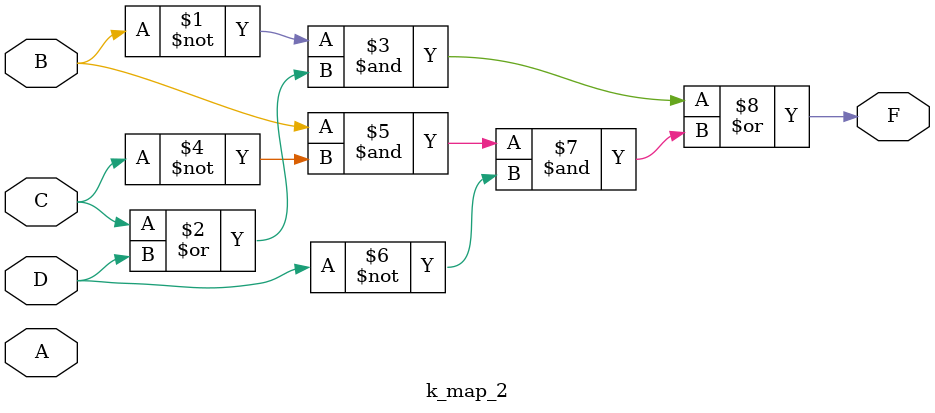
<source format=v>
`timescale 1ns / 1ps


module k_map_2(
    D,C,B,A,F
    );
    input A,B,C,D;
    output F;
    assign F = ~B&(C|D)|(B&~C&~D);
endmodule

</source>
